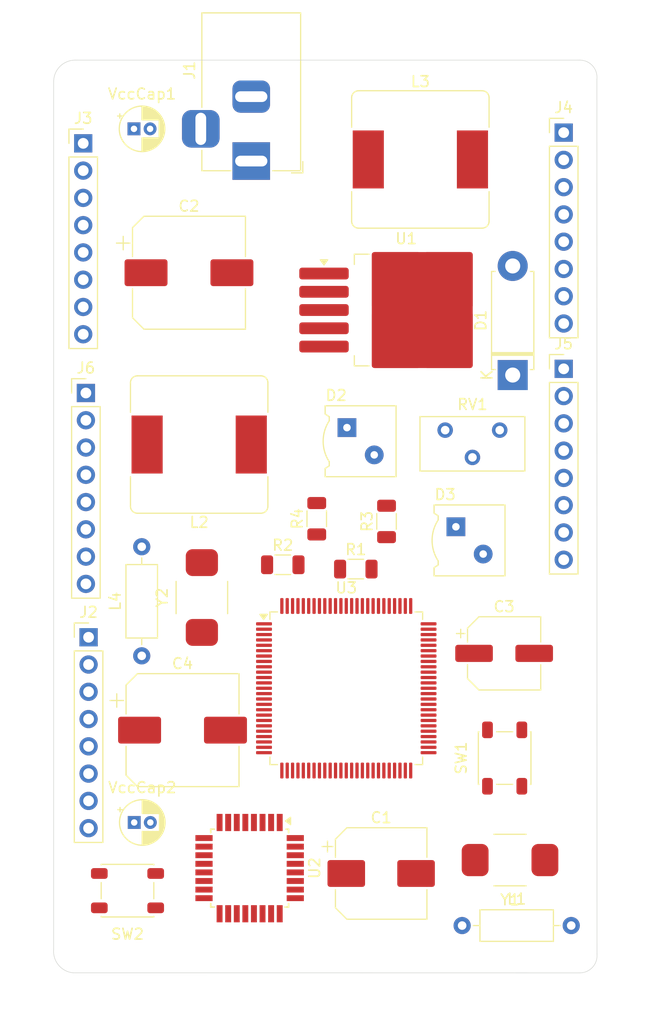
<source format=kicad_pcb>
(kicad_pcb (version 20240108) (generator "pcbnew") (generator_version "8.0")
  (layers (0 "F.Cu" signal) (31 "B.Cu" signal) (34 "B.Paste" user) (35 "F.Paste" user) (36 "B.SilkS" user "B.Silkscreen") (37 "F.SilkS" user "F.Silkscreen") (38 "B.Mask" user) (39 "F.Mask" user) (44 "Edge.Cuts" user))
  (net 0 "")
  (net 1 "Net-(U1-VIN)")
  (net 2 "GND")
  (net 3 "Net-(C2-Pad1)")
  (net 4 "+5V")
  (net 5 "Net-(U3-~{RESET})")
  (net 6 "Net-(D1-K)")
  (net 7 "Net-(D2-A)")
  (net 8 "Net-(D3-A)")
  (net 9 "Net-(J2-Pin_5)")
  (net 10 "Net-(J2-Pin_1)")
  (net 11 "Net-(J2-Pin_4)")
  (net 12 "Net-(J2-Pin_3)")
  (net 13 "Net-(J2-Pin_7)")
  (net 14 "Net-(J2-Pin_2)")
  (net 15 "Net-(J2-Pin_8)")
  (net 16 "Net-(J2-Pin_6)")
  (net 17 "Net-(J3-Pin_2)")
  (net 18 "Net-(J3-Pin_5)")
  (net 19 "Net-(J3-Pin_7)")
  (net 20 "Net-(J3-Pin_8)")
  (net 21 "Net-(J3-Pin_1)")
  (net 22 "Net-(J3-Pin_6)")
  (net 23 "Net-(J3-Pin_3)")
  (net 24 "Net-(J3-Pin_4)")
  (net 25 "Net-(J4-Pin_5)")
  (net 26 "Net-(J4-Pin_1)")
  (net 27 "Net-(J4-Pin_7)")
  (net 28 "Net-(J4-Pin_3)")
  (net 29 "Net-(J4-Pin_8)")
  (net 30 "Net-(J4-Pin_2)")
  (net 31 "Net-(J4-Pin_6)")
  (net 32 "Net-(J4-Pin_4)")
  (net 33 "Net-(J5-Pin_4)")
  (net 34 "Net-(J5-Pin_1)")
  (net 35 "Net-(J5-Pin_8)")
  (net 36 "Net-(J5-Pin_3)")
  (net 37 "Net-(J5-Pin_2)")
  (net 38 "Net-(J5-Pin_5)")
  (net 39 "Net-(J5-Pin_6)")
  (net 40 "Net-(J5-Pin_7)")
  (net 41 "Net-(J6-Pin_2)")
  (net 42 "Net-(J6-Pin_4)")
  (net 43 "Net-(J6-Pin_8)")
  (net 44 "Net-(J6-Pin_1)")
  (net 45 "Net-(J6-Pin_3)")
  (net 46 "Net-(J6-Pin_6)")
  (net 47 "Net-(J6-Pin_5)")
  (net 48 "Net-(J6-Pin_7)")
  (net 49 "Net-(U2-AVCC)")
  (net 50 "Net-(U3-AVCC)")
  (net 51 "Net-(R1-Pad1)")
  (net 52 "Net-(U2-XTAL1{slash}PB6)")
  (net 53 "Net-(R2-Pad2)")
  (net 54 "Net-(R3-Pad2)")
  (net 55 "Net-(U3-PL0)")
  (net 56 "Net-(U1-FB)")
  (net 59 "Net-(U2-PB1)")
  (net 62 "Net-(U2-PB0)")
  (net 65 "Net-(J4-Pin_13)")
  (net 68 "Net-(J5-Pin_10)")
  (net 70 "Net-(J6-Pin_15)")
  (net 73 "Net-(J5-Pin_12)")
  (net 74 "Net-(J4-Pin_10)")
  (net 75 "Net-(J5-Pin_9)")
  (net 78 "Net-(J5-Pin_15)")
  (net 85 "Net-(J6-Pin_13)")
  (net 86 "Net-(J4-Pin_12)")
  (net 92 "Net-(J6-Pin_9)")
  (net 95 "Net-(J6-Pin_14)")
  (net 99 "Net-(U3-PK0)")
  (net 100 "Net-(J4-Pin_14)")
  (net 103 "Net-(J5-Pin_13)")
  (net 107 "Net-(U3-PK1)")
  (net 108 "Net-(J6-Pin_11)")
  (net 110 "Net-(J6-Pin_12)")
  (net 111 "Net-(J4-Pin_9)")
  (net 116 "Net-(J4-Pin_15)")
  (net 119 "Net-(J6-Pin_10)")
  (net 120 "Net-(J5-Pin_14)")
  (net 127 "Net-(J4-Pin_11)")
  (net 128 "Net-(J5-Pin_11)")
  (footprint "Crystal:Crystal_SMD_TXC_AX_8045-2Pin_8.0x4.5mm" (layer "F.Cu") (at 150.5 108.5 180)
    (property "Reference" "Y1" (at 0 -3.7 360) (layer "F.SilkS"))
    (property "Value" "Crystal")
    (pad "1" smd roundrect (at -3.25 0 180) (size 2.5 3) (layers "F.Cu" "F.Paste" "F.Mask") (net 59 "Net-(U2-PB1)"))
    (pad "2" smd roundrect (at 3.25 0 180) (size 2.5 3) (layers "F.Cu" "F.Paste" "F.Mask") (net 62 "Net-(U2-PB0)"))
  )
  (footprint "Capacitor_SMD:CP_Elec_6.3x5.4" (layer "F.Cu") (at 149.95 89.25)
    (property "Reference" "C3" (at 0 -4.35 0) (layer "F.SilkS"))
    (property "Value" "100u")
    (pad "1" smd roundrect (at -2.8 0) (size 3.5 1.6) (layers "F.Cu" "F.Paste" "F.Mask") (roundrect_rratio 0.15625) (net 4 "+5V"))
    (pad "2" smd roundrect (at 2.8 0) (size 3.5 1.6) (layers "F.Cu" "F.Paste" "F.Mask") (roundrect_rratio 0.15625) (net 2 "GND"))
  )
  (footprint "Button_Switch_SMD:SW_SPST_PTS647_Sx50" (layer "F.Cu") (at 150 99 90)
    (property "Reference" "SW1" (at 0 -4.05 90) (layer "F.SilkS"))
    (property "Value" "SW_Push")
    (pad "1" smd roundrect (at -2.625 -1.6 90) (size 1.55 1) (layers "F.Cu" "F.Paste" "F.Mask") (net 53 "Net-(R2-Pad2)"))
    (pad "1" smd roundrect (at 2.625 -1.6 90) (size 1.55 1) (layers "F.Cu" "F.Paste" "F.Mask") (net 53 "Net-(R2-Pad2)"))
    (pad "2" smd roundrect (at -2.625 1.6 90) (size 1.55 1) (layers "F.Cu" "F.Paste" "F.Mask") (net 2 "GND"))
    (pad "2" smd roundrect (at 2.625 1.6 90) (size 1.55 1) (layers "F.Cu" "F.Paste" "F.Mask") (net 2 "GND"))
  )
  (footprint "Capacitor_SMD:CP_Elec_10x10" (layer "F.Cu") (at 120.6 53.8)
    (property "Reference" "C2" (at 0 -6.2 0) (layer "F.SilkS"))
    (property "Value" "220u")
    (pad "1" smd roundrect (at -4 0) (size 4 2.5) (layers "F.Cu" "F.Paste" "F.Mask") (roundrect_rratio 0.1) (net 3 "Net-(C2-Pad1)"))
    (pad "2" smd roundrect (at 4 0) (size 4 2.5) (layers "F.Cu" "F.Paste" "F.Mask") (roundrect_rratio 0.1) (net 2 "GND"))
  )
  (footprint "Package_TO_SOT_SMD:TO-263-5_TabPin3" (layer "F.Cu") (at 140.825 57.275)
    (property "Reference" "U1" (at 0 -6.65 0) (layer "F.SilkS"))
    (property "Value" "LM2596S-ADJ")
    (pad "1" smd roundrect (at -7.65 -3.4) (size 4.6 1.1) (layers "F.Cu" "F.Paste" "F.Mask") (roundrect_rratio 0.227273) (net 1 "Net-(U1-VIN)"))
    (pad "2" smd roundrect (at -7.65 -1.7) (size 4.6 1.1) (layers "F.Cu" "F.Paste" "F.Mask") (roundrect_rratio 0.227273) (net 6 "Net-(D1-K)"))
    (pad "3" smd roundrect (at -7.65 0) (size 4.6 1.1) (layers "F.Cu" "F.Paste" "F.Mask") (roundrect_rratio 0.227273) (net 2 "GND"))
    (pad "3" smd roundrect (at -0.925 -2.775) (size 4.55 5.25) (layers "F.Cu" "F.Paste") (roundrect_rratio 0.054945) (net 2 "GND"))
    (pad "3" smd roundrect (at -0.925 2.775) (size 4.55 5.25) (layers "F.Cu" "F.Paste") (roundrect_rratio 0.054945) (net 2 "GND"))
    (pad "3" smd roundrect (at 1.5 0) (size 9.4 10.8) (layers "F.Cu" "F.Mask") (roundrect_rratio 0.026596) (net 2 "GND"))
    (pad "3" smd roundrect (at 3.925 -2.775) (size 4.55 5.25) (layers "F.Cu" "F.Paste") (roundrect_rratio 0.054945) (net 2 "GND"))
    (pad "3" smd roundrect (at 3.925 2.775) (size 4.55 5.25) (layers "F.Cu" "F.Paste") (roundrect_rratio 0.054945) (net 2 "GND"))
    (pad "4" smd roundrect (at -7.65 1.7) (size 4.6 1.1) (layers "F.Cu" "F.Paste" "F.Mask") (roundrect_rratio 0.227273) (net 56 "Net-(U1-FB)"))
    (pad "5" smd roundrect (at -7.65 3.4) (size 4.6 1.1) (layers "F.Cu" "F.Paste" "F.Mask") (roundrect_rratio 0.227273) (net 2 "GND"))
  )
  (footprint "Connector_PinHeader_2.54mm:PinHeader_1x08_P2.54mm_Vertical" (layer "F.Cu") (at 111 65)
    (property "Reference" "J6" (at 0 -2.33 0) (layer "F.SilkS"))
    (property "Value" "Conn_01x15_Pin")
    (pad "1" thru_hole rect (at 0 0) (size 1.7 1.7) (drill 1) (layers "*.Cu" "*.Mask") (net 44 "Net-(J6-Pin_1)"))
    (pad "2" thru_hole oval (at 0 2.54) (size 1.7 1.7) (drill 1) (layers "*.Cu" "*.Mask") (net 41 "Net-(J6-Pin_2)"))
    (pad "3" thru_hole oval (at 0 5.08) (size 1.7 1.7) (drill 1) (layers "*.Cu" "*.Mask") (net 45 "Net-(J6-Pin_3)"))
    (pad "4" thru_hole oval (at 0 7.62) (size 1.7 1.7) (drill 1) (layers "*.Cu" "*.Mask") (net 42 "Net-(J6-Pin_4)"))
    (pad "5" thru_hole oval (at 0 10.16) (size 1.7 1.7) (drill 1) (layers "*.Cu" "*.Mask") (net 47 "Net-(J6-Pin_5)"))
    (pad "6" thru_hole oval (at 0 12.7) (size 1.7 1.7) (drill 1) (layers "*.Cu" "*.Mask") (net 46 "Net-(J6-Pin_6)"))
    (pad "7" thru_hole oval (at 0 15.24) (size 1.7 1.7) (drill 1) (layers "*.Cu" "*.Mask") (net 48 "Net-(J6-Pin_7)"))
    (pad "8" thru_hole oval (at 0 17.78) (size 1.7 1.7) (drill 1) (layers "*.Cu" "*.Mask") (net 43 "Net-(J6-Pin_8)"))
  )
  (footprint "Package_QFP:TQFP-100_14x14mm_P0.5mm" (layer "F.Cu") (at 135.25 92.5)
    (property "Reference" "U3" (at 0 -9.35 0) (layer "F.SilkS"))
    (property "Value" "ATmega2560-16A")
    (pad "1" smd roundrect (at -7.6625 -6) (size 1.475 0.3) (layers "F.Cu" "F.Paste" "F.Mask"))
    (pad "2" smd roundrect (at -7.6625 -5.5) (size 1.475 0.3) (layers "F.Cu" "F.Paste" "F.Mask"))
    (pad "3" smd roundrect (at -7.6625 -5) (size 1.475 0.3) (layers "F.Cu" "F.Paste" "F.Mask") (net 44 "Net-(J6-Pin_1)"))
    (pad "4" smd roundrect (at -7.6625 -4.5) (size 1.475 0.3) (layers "F.Cu" "F.Paste" "F.Mask") (net 41 "Net-(J6-Pin_2)"))
    (pad "5" smd roundrect (at -7.6625 -4) (size 1.475 0.3) (layers "F.Cu" "F.Paste" "F.Mask") (net 45 "Net-(J6-Pin_3)"))
    (pad "6" smd roundrect (at -7.6625 -3.5) (size 1.475 0.3) (layers "F.Cu" "F.Paste" "F.Mask") (net 42 "Net-(J6-Pin_4)"))
    (pad "7" smd roundrect (at -7.6625 -3) (size 1.475 0.3) (layers "F.Cu" "F.Paste" "F.Mask") (net 47 "Net-(J6-Pin_5)"))
    (pad "8" smd roundrect (at -7.6625 -2.5) (size 1.475 0.3) (layers "F.Cu" "F.Paste" "F.Mask") (net 46 "Net-(J6-Pin_6)"))
    (pad "9" smd roundrect (at -7.6625 -2) (size 1.475 0.3) (layers "F.Cu" "F.Paste" "F.Mask") (net 48 "Net-(J6-Pin_7)"))
    (pad "10" smd roundrect (at -7.6625 -1.5) (size 1.475 0.3) (layers "F.Cu" "F.Paste" "F.Mask") (net 4 "+5V"))
    (pad "11" smd roundrect (at -7.6625 -1) (size 1.475 0.3) (layers "F.Cu" "F.Paste" "F.Mask") (net 2 "GND"))
    (pad "12" smd roundrect (at -7.6625 -0.5) (size 1.475 0.3) (layers "F.Cu" "F.Paste" "F.Mask"))
    (pad "13" smd roundrect (at -7.6625 0) (size 1.475 0.3) (layers "F.Cu" "F.Paste" "F.Mask"))
    (pad "14" smd roundrect (at -7.6625 0.5) (size 1.475 0.3) (layers "F.Cu" "F.Paste" "F.Mask"))
    (pad "15" smd roundrect (at -7.6625 1) (size 1.475 0.3) (layers "F.Cu" "F.Paste" "F.Mask"))
    (pad "16" smd roundrect (at -7.6625 1.5) (size 1.475 0.3) (layers "F.Cu" "F.Paste" "F.Mask"))
    (pad "17" smd roundrect (at -7.6625 2) (size 1.475 0.3) (layers "F.Cu" "F.Paste" "F.Mask"))
    (pad "18" smd roundrect (at -7.6625 2.5) (size 1.475 0.3) (layers "F.Cu" "F.Paste" "F.Mask"))
    (pad "19" smd roundrect (at -7.6625 3) (size 1.475 0.3) (layers "F.Cu" "F.Paste" "F.Mask") (net 111 "Net-(J4-Pin_9)"))
    (pad "20" smd roundrect (at -7.6625 3.5) (size 1.475 0.3) (layers "F.Cu" "F.Paste" "F.Mask") (net 74 "Net-(J4-Pin_10)"))
    (pad "21" smd roundrect (at -7.6625 4) (size 1.475 0.3) (layers "F.Cu" "F.Paste" "F.Mask") (net 127 "Net-(J4-Pin_11)"))
    (pad "22" smd roundrect (at -7.6625 4.5) (size 1.475 0.3) (layers "F.Cu" "F.Paste" "F.Mask") (net 86 "Net-(J4-Pin_12)"))
    (pad "23" smd roundrect (at -7.6625 5) (size 1.475 0.3) (layers "F.Cu" "F.Paste" "F.Mask") (net 65 "Net-(J4-Pin_13)"))
    (pad "24" smd roundrect (at -7.6625 5.5) (size 1.475 0.3) (layers "F.Cu" "F.Paste" "F.Mask") (net 100 "Net-(J4-Pin_14)"))
    (pad "25" smd roundrect (at -7.6625 6) (size 1.475 0.3) (layers "F.Cu" "F.Paste" "F.Mask") (net 116 "Net-(J4-Pin_15)"))
    (pad "26" smd roundrect (at -6 7.6625) (size 0.3 1.475) (layers "F.Cu" "F.Paste" "F.Mask") (net 34 "Net-(J5-Pin_1)"))
    (pad "27" smd roundrect (at -5.5 7.6625) (size 0.3 1.475) (layers "F.Cu" "F.Paste" "F.Mask"))
    (pad "28" smd roundrect (at -5 7.6625) (size 0.3 1.475) (layers "F.Cu" "F.Paste" "F.Mask"))
    (pad "29" smd roundrect (at -4.5 7.6625) (size 0.3 1.475) (layers "F.Cu" "F.Paste" "F.Mask"))
    (pad "30" smd roundrect (at -4 7.6625) (size 0.3 1.475) (layers "F.Cu" "F.Paste" "F.Mask") (net 5 "Net-(U3-~{RESET})"))
    (pad "31" smd roundrect (at -3.5 7.6625) (size 0.3 1.475) (layers "F.Cu" "F.Paste" "F.Mask") (net 4 "+5V"))
    (pad "32" smd roundrect (at -3 7.6625) (size 0.3 1.475) (layers "F.Cu" "F.Paste" "F.Mask") (net 2 "GND"))
    (pad "33" smd roundrect (at -2.5 7.6625) (size 0.3 1.475) (layers "F.Cu" "F.Paste" "F.Mask"))
    (pad "34" smd roundrect (at -2 7.6625) (size 0.3 1.475) (layers "F.Cu" "F.Paste" "F.Mask"))
    (pad "35" smd roundrect (at -1.5 7.6625) (size 0.3 1.475) (layers "F.Cu" "F.Paste" "F.Mask") (net 55 "Net-(U3-PL0)"))
    (pad "36" smd roundrect (at -1 7.6625) (size 0.3 1.475) (layers "F.Cu" "F.Paste" "F.Mask"))
    (pad "37" smd roundrect (at -0.5 7.6625) (size 0.3 1.475) (layers "F.Cu" "F.Paste" "F.Mask"))
    (pad "38" smd roundrect (at 0 7.6625) (size 0.3 1.475) (layers "F.Cu" "F.Paste" "F.Mask"))
    (pad "39" smd roundrect (at 0.5 7.6625) (size 0.3 1.475) (layers "F.Cu" "F.Paste" "F.Mask"))
    (pad "40" smd roundrect (at 1 7.6625) (size 0.3 1.475) (layers "F.Cu" "F.Paste" "F.Mask"))
    (pad "41" smd roundrect (at 1.5 7.6625) (size 0.3 1.475) (layers "F.Cu" "F.Paste" "F.Mask"))
    (pad "42" smd roundrect (at 2 7.6625) (size 0.3 1.475) (layers "F.Cu" "F.Paste" "F.Mask"))
    (pad "43" smd roundrect (at 2.5 7.6625) (size 0.3 1.475) (layers "F.Cu" "F.Paste" "F.Mask") (net 68 "Net-(J5-Pin_10)"))
    (pad "44" smd roundrect (at 3 7.6625) (size 0.3 1.475) (layers "F.Cu" "F.Paste" "F.Mask") (net 128 "Net-(J5-Pin_11)"))
    (pad "45" smd roundrect (at 3.5 7.6625) (size 0.3 1.475) (layers "F.Cu" "F.Paste" "F.Mask") (net 73 "Net-(J5-Pin_12)"))
    (pad "46" smd roundrect (at 4 7.6625) (size 0.3 1.475) (layers "F.Cu" "F.Paste" "F.Mask") (net 103 "Net-(J5-Pin_13)"))
    (pad "47" smd roundrect (at 4.5 7.6625) (size 0.3 1.475) (layers "F.Cu" "F.Paste" "F.Mask") (net 120 "Net-(J5-Pin_14)"))
    (pad "48" smd roundrect (at 5 7.6625) (size 0.3 1.475) (layers "F.Cu" "F.Paste" "F.Mask") (net 78 "Net-(J5-Pin_15)"))
    (pad "49" smd roundrect (at 5.5 7.6625) (size 0.3 1.475) (layers "F.Cu" "F.Paste" "F.Mask"))
    (pad "50" smd roundrect (at 6 7.6625) (size 0.3 1.475) (layers "F.Cu" "F.Paste" "F.Mask"))
    (pad "51" smd roundrect (at 7.6625 6) (size 1.475 0.3) (layers "F.Cu" "F.Paste" "F.Mask"))
    (pad "52" smd roundrect (at 7.6625 5.5) (size 1.475 0.3) (layers "F.Cu" "F.Paste" "F.Mask"))
    (pad "53" smd roundrect (at 7.6625 5) (size 1.475 0.3) (layers "F.Cu" "F.Paste" "F.Mask") (net 37 "Net-(J5-Pin_2)"))
    (pad "54" smd roundrect (at 7.6625 4.5) (size 1.475 0.3) (layers "F.Cu" "F.Paste" "F.Mask") (net 36 "Net-(J5-Pin_3)"))
    (pad "55" smd roundrect (at 7.6625 4) (size 1.475 0.3) (layers "F.Cu" "F.Paste" "F.Mask") (net 33 "Net-(J5-Pin_4)"))
    (pad "56" smd roundrect (at 7.6625 3.5) (size 1.475 0.3) (layers "F.Cu" "F.Paste" "F.Mask") (net 38 "Net-(J5-Pin_5)"))
    (pad "57" smd roundrect (at 7.6625 3) (size 1.475 0.3) (layers "F.Cu" "F.Paste" "F.Mask") (net 39 "Net-(J5-Pin_6)"))
    (pad "58" smd roundrect (at 7.6625 2.5) (size 1.475 0.3) (layers "F.Cu" "F.Paste" "F.Mask") (net 40 "Net-(J5-Pin_7)"))
    (pad "59" smd roundrect (at 7.6625 2) (size 1.475 0.3) (layers "F.Cu" "F.Paste" "F.Mask") (net 35 "Net-(J5-Pin_8)"))
    (pad "60" smd roundrect (at 7.6625 1.5) (size 1.475 0.3) (layers "F.Cu" "F.Paste" "F.Mask") (net 75 "Net-(J5-Pin_9)"))
    (pad "61" smd roundrect (at 7.6625 1) (size 1.475 0.3) (layers "F.Cu" "F.Paste" "F.Mask") (net 4 "+5V"))
    (pad "62" smd roundrect (at 7.6625 0.5) (size 1.475 0.3) (layers "F.Cu" "F.Paste" "F.Mask") (net 2 "GND"))
    (pad "63" smd roundrect (at 7.6625 0) (size 1.475 0.3) (layers "F.Cu" "F.Paste" "F.Mask"))
    (pad "64" smd roundrect (at 7.6625 -0.5) (size 1.475 0.3) (layers "F.Cu" "F.Paste" "F.Mask"))
    (pad "65" smd roundrect (at 7.6625 -1) (size 1.475 0.3) (layers "F.Cu" "F.Paste" "F.Mask"))
    (pad "66" smd roundrect (at 7.6625 -1.5) (size 1.475 0.3) (layers "F.Cu" "F.Paste" "F.Mask"))
    (pad "67" smd roundrect (at 7.6625 -2) (size 1.475 0.3) (layers "F.Cu" "F.Paste" "F.Mask"))
    (pad "68" smd roundrect (at 7.6625 -2.5) (size 1.475 0.3) (layers "F.Cu" "F.Paste" "F.Mask"))
    (pad "69" smd roundrect (at 7.6625 -3) (size 1.475 0.3) (layers "F.Cu" "F.Paste" "F.Mask"))
    (pad "70" smd roundrect (at 7.6625 -3.5) (size 1.475 0.3) (layers "F.Cu" "F.Paste" "F.Mask"))
    (pad "71" smd roundrect (at 7.6625 -4) (size 1.475 0.3) (layers "F.Cu" "F.Paste" "F.Mask") (net 29 "Net-(J4-Pin_8)"))
    (pad "72" smd roundrect (at 7.6625 -4.5) (size 1.475 0.3) (layers "F.Cu" "F.Paste" "F.Mask") (net 27 "Net-(J4-Pin_7)"))
    (pad "73" smd roundrect (at 7.6625 -5) (size 1.475 0.3) (layers "F.Cu" "F.Paste" "F.Mask") (net 31 "Net-(J4-Pin_6)"))
    (pad "74" smd roundrect (at 7.6625 -5.5) (size 1.475 0.3) (layers "F.Cu" "F.Paste" "F.Mask") (net 25 "Net-(J4-Pin_5)"))
    (pad "75" smd roundrect (at 7.6625 -6) (size 1.475 0.3) (layers "F.Cu" "F.Paste" "F.Mask") (net 32 "Net-(J4-Pin_4)"))
    (pad "76" smd roundrect (at 6 -7.6625) (size 0.3 1.475) (layers "F.Cu" "F.Paste" "F.Mask") (net 28 "Net-(J4-Pin_3)"))
    (pad "77" smd roundrect (at 5.5 -7.6625) (size 0.3 1.475) (layers "F.Cu" "F.Paste" "F.Mask") (net 30 "Net-(J4-Pin_2)"))
    (pad "78" smd roundrect (at 5 -7.6625) (size 0.3 1.475) (layers "F.Cu" "F.Paste" "F.Mask") (net 26 "Net-(J4-Pin_1)"))
    (pad "79" smd roundrect (at 4.5 -7.6625) (size 0.3 1.475) (layers "F.Cu" "F.Paste" "F.Mask"))
    (pad "80" smd roundrect (at 4 -7.6625) (size 0.3 1.475) (layers "F.Cu" "F.Paste" "F.Mask") (net 4 "+5V"))
    (pad "81" smd roundrect (at 3.5 -7.6625) (size 0.3 1.475) (layers "F.Cu" "F.Paste" "F.Mask") (net 2 "GND"))
    (pad "82" smd roundrect (at 3 -7.6625) (size 0.3 1.475) (layers "F.Cu" "F.Paste" "F.Mask"))
    (pad "83" smd roundrect (at 2.5 -7.6625) (size 0.3 1.475) (layers "F.Cu" "F.Paste" "F.Mask"))
    (pad "84" smd roundrect (at 2 -7.6625) (size 0.3 1.475) (layers "F.Cu" "F.Paste" "F.Mask"))
    (pad "85" smd roundrect (at 1.5 -7.6625) (size 0.3 1.475) (layers "F.Cu" "F.Paste" "F.Mask"))
    (pad "86" smd roundrect (at 1 -7.6625) (size 0.3 1.475) (layers "F.Cu" "F.Paste" "F.Mask"))
    (pad "87" smd roundrect (at 0.5 -7.6625) (size 0.3 1.475) (layers "F.Cu" "F.Paste" "F.Mask"))
    (pad "88" smd roundrect (at 0 -7.6625) (size 0.3 1.475) (layers "F.Cu" "F.Paste" "F.Mask") (net 107 "Net-(U3-PK1)"))
    (pad "89" smd roundrect (at -0.5 -7.6625) (size 0.3 1.475) (layers "F.Cu" "F.Paste" "F.Mask") (net 99 "Net-(U3-PK0)"))
    (pad "90" smd roundrect (at -1 -7.6625) (size 0.3 1.475) (layers "F.Cu" "F.Paste" "F.Mask") (net 70 "Net-(J6-Pin_15)"))
    (pad "91" smd roundrect (at -1.5 -7.6625) (size 0.3 1.475) (layers "F.Cu" "F.Paste" "F.Mask") (net 95 "Net-(J6-Pin_14)"))
    (pad "92" smd roundrect (at -2 -7.6625) (size 0.3 1.475) (layers "F.Cu" "F.Paste" "F.Mask") (net 85 "Net-(J6-Pin_13)"))
    (pad "93" smd roundrect (at -2.5 -7.6625) (size 0.3 1.475) (layers "F.Cu" "F.Paste" "F.Mask") (net 110 "Net-(J6-Pin_12)"))
    (pad "94" smd roundrect (at -3 -7.6625) (size 0.3 1.475) (layers "F.Cu" "F.Paste" "F.Mask") (net 108 "Net-(J6-Pin_11)"))
    (pad "95" smd roundrect (at -3.5 -7.6625) (size 0.3 1.475) (layers "F.Cu" "F.Paste" "F.Mask") (net 119 "Net-(J6-Pin_10)"))
    (pad "96" smd roundrect (at -4 -7.6625) (size 0.3 1.475) (layers "F.Cu" "F.Paste" "F.Mask") (net 92 "Net-(J6-Pin_9)"))
    (pad "97" smd roundrect (at -4.5 -7.6625) (size 0.3 1.475) (layers "F.Cu" "F.Paste" "F.Mask") (net 43 "Net-(J6-Pin_8)"))
    (pad "98" smd roundrect (at -5 -7.6625) (size 0.3 1.475) (layers "F.Cu" "F.Paste" "F.Mask"))
    (pad "99" smd roundrect (at -5.5 -7.6625) (size 0.3 1.475) (layers "F.Cu" "F.Paste" "F.Mask") (net 2 "GND"))
    (pad "100" smd roundrect (at -6 -7.6625) (size 0.3 1.475) (layers "F.Cu" "F.Paste" "F.Mask") (net 50 "Net-(U3-AVCC)"))
  )
  (footprint "Resistor_SMD:R_1206_3216Metric" (layer "F.Cu") (at 139 76.9625 90)
    (property "Reference" "R3" (at 0 -1.82 90) (layer "F.SilkS"))
    (property "Value" "1.21 k")
    (pad "1" smd roundrect (at -1.4625 0 90) (size 1.125 1.75) (layers "F.Cu" "F.Paste" "F.Mask") (roundrect_rratio 0.222222) (net 5 "Net-(U3-~{RESET})"))
    (pad "2" smd roundrect (at 1.4625 0 90) (size 1.125 1.75) (layers "F.Cu" "F.Paste" "F.Mask") (roundrect_rratio 0.222222) (net 54 "Net-(R3-Pad2)"))
  )
  (footprint "LED_THT:LED_VCCLite_5381H1_6.35x6.35mm" (layer "F.Cu") (at 135.314361 68.225)
    (property "Reference" "D2" (at -1 -3 0) (layer "F.SilkS"))
    (property "Value" "LED")
    (pad "1" thru_hole rect (at 0 0 270) (size 1.75 1.75) (drill 0.7) (layers "*.Cu" "*.Mask") (net 2 "GND"))
    (pad "2" thru_hole circle (at 2.54 2.54 270) (size 1.75 1.75) (drill 0.7) (layers "*.Cu" "*.Mask") (net 7 "Net-(D2-A)"))
  )
  (footprint "Inductor_THT:L_Axial_L6.6mm_D2.7mm_P10.16mm_Horizontal_Vishay_IM-2" (layer "F.Cu") (at 116.2 89.48 90)
    (property "Reference" "L4" (at 5.08 -2.47 90) (layer "F.SilkS"))
    (property "Value" "L")
    (pad "1" thru_hole circle (at 0 0 90) (size 1.6 1.6) (drill 0.8) (layers "*.Cu" "*.Mask") (net 4 "+5V"))
    (pad "2" thru_hole oval (at 10.16 0 90) (size 1.6 1.6) (drill 0.8) (layers "*.Cu" "*.Mask") (net 50 "Net-(U3-AVCC)"))
  )
  (footprint "Capacitor_SMD:CP_Elec_10x10" (layer "F.Cu") (at 120 96.4)
    (property "Reference" "C4" (at 0 -6.2 0) (layer "F.SilkS"))
    (property "Value" "220u")
    (pad "1" smd roundrect (at -4 0) (size 4 2.5) (layers "F.Cu" "F.Paste" "F.Mask") (roundrect_rratio 0.1) (net 5 "Net-(U3-~{RESET})"))
    (pad "2" smd roundrect (at 4 0) (size 4 2.5) (layers "F.Cu" "F.Paste" "F.Mask") (roundrect_rratio 0.1) (net 2 "GND"))
  )
  (footprint "Inductor_SMD:L_Bourns_SRR1260" (layer "F.Cu") (at 121.55 69.8 180)
    (property "Reference" "L2" (at 0 -7.25 360) (layer "F.SilkS"))
    (property "Value" "33 uH")
    (pad "1" smd rect (at -4.85 0 180) (size 2.9 5.4) (layers "F.Cu" "F.Paste" "F.Mask") (net 6 "Net-(D1-K)"))
    (pad "2" smd rect (at 4.85 0 180) (size 2.9 5.4) (layers "F.Cu" "F.Paste" "F.Mask") (net 3 "Net-(C2-Pad1)"))
  )
  (footprint "Connector_PinHeader_2.54mm:PinHeader_1x08_P2.54mm_Vertical" (layer "F.Cu") (at 155.5 62.75)
    (property "Reference" "J5" (at 0 -2.33 0) (layer "F.SilkS"))
    (property "Value" "Conn_01x15_Pin")
    (pad "1" thru_hole rect (at 0 0) (size 1.7 1.7) (drill 1) (layers "*.Cu" "*.Mask") (net 34 "Net-(J5-Pin_1)"))
    (pad "2" thru_hole oval (at 0 2.54) (size 1.7 1.7) (drill 1) (layers "*.Cu" "*.Mask") (net 37 "Net-(J5-Pin_2)"))
    (pad "3" thru_hole oval (at 0 5.08) (size 1.7 1.7) (drill 1) (layers "*.Cu" "*.Mask") (net 36 "Net-(J5-Pin_3)"))
    (pad "4" thru_hole oval (at 0 7.62) (size 1.7 1.7) (drill 1) (layers "*.Cu" "*.Mask") (net 33 "Net-(J5-Pin_4)"))
    (pad "5" thru_hole oval (at 0 10.16) (size 1.7 1.7) (drill 1) (layers "*.Cu" "*.Mask") (net 38 "Net-(J5-Pin_5)"))
    (pad "6" thru_hole oval (at 0 12.7) (size 1.7 1.7) (drill 1) (layers "*.Cu" "*.Mask") (net 39 "Net-(J5-Pin_6)"))
    (pad "7" thru_hole oval (at 0 15.24) (size 1.7 1.7) (drill 1) (layers "*.Cu" "*.Mask") (net 40 "Net-(J5-Pin_7)"))
    (pad "8" thru_hole oval (at 0 17.78) (size 1.7 1.7) (drill 1) (layers "*.Cu" "*.Mask") (net 35 "Net-(J5-Pin_8)"))
  )
  (footprint "Connector_BarrelJack:BarrelJack_Horizontal" (layer "F.Cu") (at 126.4 43.4 -90)
    (property "Reference" "J1" (at -8.45 5.75 90) (layer "F.SilkS"))
    (property "Value" "Barrel_Jack")
    (pad "1" thru_hole rect (at 0 0 270) (size 3.5 3.5) (drill oval 1 3) (layers "*.Cu" "*.Mask") (net 1 "Net-(U1-VIN)"))
    (pad "2" thru_hole roundrect (at -6 0 270) (size 3 3.5) (drill oval 1 3) (layers "*.Cu" "*.Mask") (net 2 "GND"))
    (pad "3" thru_hole roundrect (at -3 4.7 270) (size 3.5 3.5) (drill oval 3 1) (layers "*.Cu" "*.Mask"))
  )
  (footprint "Connector_PinHeader_2.54mm:PinHeader_1x08_P2.54mm_Vertical" (layer "F.Cu") (at 155.5 40.75)
    (property "Reference" "J4" (at 0 -2.33 0) (layer "F.SilkS"))
    (property "Value" "Conn_01x15_Pin")
    (pad "1" thru_hole rect (at 0 0) (size 1.7 1.7) (drill 1) (layers "*.Cu" "*.Mask") (net 26 "Net-(J4-Pin_1)"))
    (pad "2" thru_hole oval (at 0 2.54) (size 1.7 1.7) (drill 1) (layers "*.Cu" "*.Mask") (net 30 "Net-(J4-Pin_2)"))
    (pad "3" thru_hole oval (at 0 5.08) (size 1.7 1.7) (drill 1) (layers "*.Cu" "*.Mask") (net 28 "Net-(J4-Pin_3)"))
    (pad "4" thru_hole oval (at 0 7.62) (size 1.7 1.7) (drill 1) (layers "*.Cu" "*.Mask") (net 32 "Net-(J4-Pin_4)"))
    (pad "5" thru_hole oval (at 0 10.16) (size 1.7 1.7) (drill 1) (layers "*.Cu" "*.Mask") (net 25 "Net-(J4-Pin_5)"))
    (pad "6" thru_hole oval (at 0 12.7) (size 1.7 1.7) (drill 1) (layers "*.Cu" "*.Mask") (net 31 "Net-(J4-Pin_6)"))
    (pad "7" thru_hole oval (at 0 15.24) (size 1.7 1.7) (drill 1) (layers "*.Cu" "*.Mask") (net 27 "Net-(J4-Pin_7)"))
    (pad "8" thru_hole oval (at 0 17.78) (size 1.7 1.7) (drill 1) (layers "*.Cu" "*.Mask") (net 29 "Net-(J4-Pin_8)"))
  )
  (footprint "Button_Switch_SMD:SW_SPST_PTS647_Sx50" (layer "F.Cu") (at 114.875 111.35 180)
    (property "Reference" "SW2" (at 0 -4.05 360) (layer "F.SilkS"))
    (property "Value" "SW_Push")
    (pad "1" smd roundrect (at -2.625 -1.6 180) (size 1.55 1) (layers "F.Cu" "F.Paste" "F.Mask") (net 54 "Net-(R3-Pad2)"))
    (pad "1" smd roundrect (at 2.625 -1.6 180) (size 1.55 1) (layers "F.Cu" "F.Paste" "F.Mask") (net 54 "Net-(R3-Pad2)"))
    (pad "2" smd roundrect (at -2.625 1.6 180) (size 1.55 1) (layers "F.Cu" "F.Paste" "F.Mask") (net 2 "GND"))
    (pad "2" smd roundrect (at 2.625 1.6 180) (size 1.55 1) (layers "F.Cu" "F.Paste" "F.Mask") (net 2 "GND"))
  )
  (footprint "Inductor_SMD:L_Bourns_SRR1260" (layer "F.Cu") (at 142.15 43.25)
    (property "Reference" "L3" (at 0 -7.25 0) (layer "F.SilkS"))
    (property "Value" "20 uH")
    (pad "1" smd rect (at -4.85 0) (size 2.9 5.4) (layers "F.Cu" "F.Paste" "F.Mask") (net 3 "Net-(C2-Pad1)"))
    (pad "2" smd rect (at 4.85 0) (size 2.9 5.4) (layers "F.Cu" "F.Paste" "F.Mask") (net 4 "+5V"))
  )
  (footprint "Capacitor_THT:CP_Radial_D4.0mm_P1.50mm" (layer "F.Cu") (at 115.477401 40.4)
    (property "Reference" "VccCap1" (at 0.75 -3.25 0) (layer "F.SilkS"))
    (property "Value" "C")
    (pad "1" thru_hole rect (at 0 0) (size 1.2 1.2) (drill 0.6) (layers "*.Cu" "*.Mask") (net 2 "GND"))
    (pad "2" thru_hole circle (at 1.5 0) (size 1.2 1.2) (drill 0.6) (layers "*.Cu" "*.Mask") (net 4 "+5V"))
  )
  (footprint "Capacitor_SMD:CP_Elec_8x10" (layer "F.Cu") (at 138.5 109.75)
    (property "Reference" "C1" (at 0 -5.2 0) (layer "F.SilkS"))
    (property "Value" "100u")
    (pad "1" smd roundrect (at -3.25 0) (size 3.5 2.5) (layers "F.Cu" "F.Paste" "F.Mask") (roundrect_rratio 0.1) (net 1 "Net-(U1-VIN)"))
    (pad "2" smd roundrect (at 3.25 0) (size 3.5 2.5) (layers "F.Cu" "F.Paste" "F.Mask") (roundrect_rratio 0.1) (net 2 "GND"))
  )
  (footprint "Resistor_SMD:R_1206_3216Metric" (layer "F.Cu") (at 129.3375 81)
    (property "Reference" "R2" (at 0 -1.82 0) (layer "F.SilkS"))
    (property "Value" "1.21 k")
    (pad "1" smd roundrect (at -1.4625 0) (size 1.125 1.75) (layers "F.Cu" "F.Paste" "F.Mask") (roundrect_rratio 0.222222) (net 52 "Net-(U2-XTAL1{slash}PB6)"))
    (pad "2" smd roundrect (at 1.4625 0) (size 1.125 1.75) (layers "F.Cu" "F.Paste" "F.Mask") (roundrect_rratio 0.222222) (net 53 "Net-(R2-Pad2)"))
  )
  (footprint "LED_THT:LED_VCCLite_5381H1_6.35x6.35mm" (layer "F.Cu") (at 145.46 77.46)
    (property "Reference" "D3" (at -1 -3 0) (layer "F.SilkS"))
    (property "Value" "LED")
    (pad "1" thru_hole rect (at 0 0 270) (size 1.75 1.75) (drill 0.7) (layers "*.Cu" "*.Mask") (net 2 "GND"))
    (pad "2" thru_hole circle (at 2.54 2.54 270) (size 1.75 1.75) (drill 0.7) (layers "*.Cu" "*.Mask") (net 8 "Net-(D3-A)"))
  )
  (footprint "Diode_THT:D_5W_P10.16mm_Horizontal" (layer "F.Cu") (at 150.75 63.33 90)
    (property "Reference" "D1" (at 5.08 -2.97 90) (layer "F.SilkS"))
    (property "Value" "1N5822")
    (fp_text user "K" (at 0 -2.4 90) (layer "F.SilkS"))
    (pad "1" thru_hole rect (at 0 0 90) (size 2.8 2.8) (drill 1.4) (layers "*.Cu" "*.Mask") (net 6 "Net-(D1-K)"))
    (pad "2" thru_hole oval (at 10.16 0 90) (size 2.8 2.8) (drill 1.4) (layers "*.Cu" "*.Mask") (net 2 "GND"))
  )
  (footprint "Connector_PinHeader_2.54mm:PinHeader_1x08_P2.54mm_Vertical" (layer "F.Cu") (at 111.25 87.75)
    (property "Reference" "J2" (at 0 -2.33 0) (layer "F.SilkS"))
    (property "Value" "Conn_01x08_Pin")
    (pad "1" thru_hole rect (at 0 0) (size 1.7 1.7) (drill 1) (layers "*.Cu" "*.Mask") (net 10 "Net-(J2-Pin_1)"))
    (pad "2" thru_hole oval (at 0 2.54) (size 1.7 1.7) (drill 1) (layers "*.Cu" "*.Mask") (net 14 "Net-(J2-Pin_2)"))
    (pad "3" thru_hole oval (at 0 5.08) (size 1.7 1.7) (drill 1) (layers "*.Cu" "*.Mask") (net 12 "Net-(J2-Pin_3)"))
    (pad "4" thru_hole oval (at 0 7.62) (size 1.7 1.7) (drill 1) (layers "*.Cu" "*.Mask") (net 11 "Net-(J2-Pin_4)"))
    (pad "5" thru_hole oval (at 0 10.16) (size 1.7 1.7) (drill 1) (layers "*.Cu" "*.Mask") (net 9 "Net-(J2-Pin_5)"))
    (pad "6" thru_hole oval (at 0 12.7) (size 1.7 1.7) (drill 1) (layers "*.Cu" "*.Mask") (net 16 "Net-(J2-Pin_6)"))
    (pad "7" thru_hole oval (at 0 15.24) (size 1.7 1.7) (drill 1) (layers "*.Cu" "*.Mask") (net 13 "Net-(J2-Pin_7)"))
    (pad "8" thru_hole oval (at 0 17.78) (size 1.7 1.7) (drill 1) (layers "*.Cu" "*.Mask") (net 15 "Net-(J2-Pin_8)"))
  )
  (footprint "Resistor_SMD:R_1206_3216Metric" (layer "F.Cu") (at 132.5 76.7125 90)
    (property "Reference" "R4" (at 0 -1.82 90) (layer "F.SilkS"))
    (property "Value" "1.21 k")
    (pad "1" smd roundrect (at -1.4625 0 90) (size 1.125 1.75) (layers "F.Cu" "F.Paste" "F.Mask") (roundrect_rratio 0.222222) (net 55 "Net-(U3-PL0)"))
    (pad "2" smd roundrect (at 1.4625 0 90) (size 1.125 1.75) (layers "F.Cu" "F.Paste" "F.Mask") (roundrect_rratio 0.222222) (net 8 "Net-(D3-A)"))
  )
  (footprint "Inductor_THT:L_Axial_L6.6mm_D2.7mm_P10.16mm_Horizontal_Vishay_IM-2" (layer "F.Cu") (at 146.04 114.6)
    (property "Reference" "L1" (at 5.08 -2.47 0) (layer "F.SilkS"))
    (property "Value" "L")
    (pad "1" thru_hole circle (at 0 0) (size 1.6 1.6) (drill 0.8) (layers "*.Cu" "*.Mask") (net 4 "+5V"))
    (pad "2" thru_hole oval (at 10.16 0) (size 1.6 1.6) (drill 0.8) (layers "*.Cu" "*.Mask") (net 49 "Net-(U2-AVCC)"))
  )
  (footprint "Capacitor_THT:CP_Radial_D4.0mm_P1.50mm" (layer "F.Cu") (at 115.5 105)
    (property "Reference" "VccCap2" (at 0.75 -3.25 0) (layer "F.SilkS"))
    (property "Value" "C")
    (pad "1" thru_hole rect (at 0 0) (size 1.2 1.2) (drill 0.6) (layers "*.Cu" "*.Mask") (net 2 "GND"))
    (pad "2" thru_hole circle (at 1.5 0) (size 1.2 1.2) (drill 0.6) (layers "*.Cu" "*.Mask") (net 4 "+5V"))
  )
  (footprint "Connector_PinHeader_2.54mm:PinHeader_1x08_P2.54mm_Vertical" (layer "F.Cu") (at 110.75 41.75)
    (property "Reference" "J3" (at 0 -2.33 0) (layer "F.SilkS"))
    (property "Value" "Conn_01x08_Pin")
    (pad "1" thru_hole rect (at 0 0) (size 1.7 1.7) (drill 1) (layers "*.Cu" "*.Mask") (net 21 "Net-(J3-Pin_1)"))
    (pad "2" thru_hole oval (at 0 2.54) (size 1.7 1.7) (drill 1) (layers "*.Cu" "*.Mask") (net 17 "Net-(J3-Pin_2)"))
    (pad "3" thru_hole oval (at 0 5.08) (size 1.7 1.7) (drill 1) (layers "*.Cu" "*.Mask") (net 23 "Net-(J3-Pin_3)"))
    (pad "4" thru_hole oval (at 0 7.62) (size 1.7 1.7) (drill 1) (layers "*.Cu" "*.Mask") (net 24 "Net-(J3-Pin_4)"))
    (pad "5" thru_hole oval (at 0 10.16) (size 1.7 1.7) (drill 1) (layers "*.Cu" "*.Mask") (net 18 "Net-(J3-Pin_5)"))
    (pad "6" thru_hole oval (at 0 12.7) (size 1.7 1.7) (drill 1) (layers "*.Cu" "*.Mask") (net 22 "Net-(J3-Pin_6)"))
    (pad "7" thru_hole oval (at 0 15.24) (size 1.7 1.7) (drill 1) (layers "*.Cu" "*.Mask") (net 19 "Net-(J3-Pin_7)"))
    (pad "8" thru_hole oval (at 0 17.78) (size 1.7 1.7) (drill 1) (layers "*.Cu" "*.Mask") (net 20 "Net-(J3-Pin_8)"))
  )
  (footprint "Package_QFP:TQFP-32_7x7mm_P0.8mm" (layer "F.Cu") (at 126.25 109.25 -90)
    (property "Reference" "U2" (at 0 -6.05 90) (layer "F.SilkS"))
    (property "Value" "ATmega328-A")
    (pad "1" smd rect (at -4.25 -2.8 270) (size 1.6 0.55) (layers "F.Cu" "F.Paste" "F.Mask") (net 24 "Net-(J3-Pin_4)"))
    (pad "2" smd rect (at -4.25 -2 270) (size 1.6 0.55) (layers "F.Cu" "F.Paste" "F.Mask") (net 18 "Net-(J3-Pin_5)"))
    (pad "3" smd rect (at -4.25 -1.2 270) (size 1.6 0.55) (layers "F.Cu" "F.Paste" "F.Mask") (net 2 "GND"))
    (pad "4" smd rect (at -4.25 -0.4 270) (size 1.6 0.55) (layers "F.Cu" "F.Paste" "F.Mask") (net 4 "+5V"))
    (pad "5" smd rect (at -4.25 0.4 270) (size 1.6 0.55) (layers "F.Cu" "F.Paste" "F.Mask") (net 2 "GND"))
    (pad "6" smd rect (at -4.25 1.2 270) (size 1.6 0.55) (layers "F.Cu" "F.Paste" "F.Mask") (net 4 "+5V"))
    (pad "7" smd rect (at -4.25 2 270) (size 1.6 0.55) (layers "F.Cu" "F.Paste" "F.Mask") (net 52 "Net-(U2-XTAL1{slash}PB6)"))
    (pad "8" smd rect (at -4.25 2.8 270) (size 1.6 0.55) (layers "F.Cu" "F.Paste" "F.Mask") (net 10 "Net-(J2-Pin_1)"))
    (pad "9" smd rect (at -2.8 4.25) (size 1.6 0.55) (layers "F.Cu" "F.Paste" "F.Mask") (net 22 "Net-(J3-Pin_6)"))
    (pad "10" smd rect (at -2 4.25) (size 1.6 0.55) (layers "F.Cu" "F.Paste" "F.Mask") (net 19 "Net-(J3-Pin_7)"))
    (pad "11" smd rect (at -1.2 4.25) (size 1.6 0.55) (layers "F.Cu" "F.Paste" "F.Mask") (net 20 "Net-(J3-Pin_8)"))
    (pad "12" smd rect (at -0.4 4.25) (size 1.6 0.55) (layers "F.Cu" "F.Paste" "F.Mask") (net 62 "Net-(U2-PB0)"))
    (pad "13" smd rect (at 0.4 4.25) (size 1.6 0.55) (layers "F.Cu" "F.Paste" "F.Mask") (net 59 "Net-(U2-PB1)"))
    (pad "14" smd rect (at 1.2 4.25) (size 1.6 0.55) (layers "F.Cu" "F.Paste" "F.Mask"))
    (pad "15" smd rect (at 2 4.25) (size 1.6 0.55) (layers "F.Cu" "F.Paste" "F.Mask"))
    (pad "16" smd rect (at 2.8 4.25) (size 1.6 0.55) (layers "F.Cu" "F.Paste" "F.Mask"))
    (pad "17" smd rect (at 4.25 2.8 270) (size 1.6 0.55) (layers "F.Cu" "F.Paste" "F.Mask") (net 7 "Net-(D2-A)"))
    (pad "18" smd rect (at 4.25 2 270) (size 1.6 0.55) (layers "F.Cu" "F.Paste" "F.Mask") (net 49 "Net-(U2-AVCC)"))
    (pad "19" smd rect (at 4.25 1.2 270) (size 1.6 0.55) (layers "F.Cu" "F.Paste" "F.Mask"))
    (pad "20" smd rect (at 4.25 0.4 270) (size 1.6 0.55) (layers "F.Cu" "F.Paste" "F.Mask"))
    (pad "21" smd rect (at 4.25 -0.4 270) (size 1.6 0.55) (layers "F.Cu" "F.Paste" "F.Mask") (net 2 "GND"))
    (pad "22" smd rect (at 4.25 -1.2 270) (size 1.6 0.55) (layers "F.Cu" "F.Paste" "F.Mask"))
    (pad "23" smd rect (at 4.25 -2 270) (size 1.6 0.55) (layers "F.Cu" "F.Paste" "F.Mask") (net 14 "Net-(J2-Pin_2)"))
    (pad "24" smd rect (at 4.25 -2.8 270) (size 1.6 0.55) (layers "F.Cu" "F.Paste" "F.Mask") (net 12 "Net-(J2-Pin_3)"))
    (pad "25" smd rect (at 2.8 -4.25) (size 1.6 0.55) (layers "F.Cu" "F.Paste" "F.Mask") (net 11 "Net-(J2-Pin_4)"))
    (pad "26" smd rect (at 2 -4.25) (size 1.6 0.55) (layers "F.Cu" "F.Paste" "F.Mask") (net 9 "Net-(J2-Pin_5)"))
    (pad "27" smd rect (at 1.2 -4.25) (size 1.6 0.55) (layers "F.Cu" "F.Paste" "F.Mask") (net 16 "Net-(J2-Pin_6)"))
    (pad "28" smd rect (at 0.4 -4.25) (size 1.6 0.55) (layers "F.Cu" "F.Paste" "F.Mask") (net 13 "Net-(J2-Pin_7)"))
    (pad "29" smd rect (at -0.4 -4.25) (size 1.6 0.55) (layers "F.Cu" "F.Paste" "F.Mask") (net 15 "Net-(J2-Pin_8)"))
    (pad "30" smd rect (at -1.2 -4.25) (size 1.6 0.55) (layers "F.Cu" "F.Paste" "F.Mask") (net 21 "Net-(J3-Pin_1)"))
    (pad "31" smd rect (at -2 -4.25) (size 1.6 0.55) (layers "F.Cu" "F.Paste" "F.Mask") (net 17 "Net-(J3-Pin_2)"))
    (pad "32" smd rect (at -2.8 -4.25) (size 1.6 0.55) (layers "F.Cu" "F.Paste" "F.Mask") (net 23 "Net-(J3-Pin_3)"))
  )
  (footprint "Resistor_SMD:R_1206_3216Metric" (layer "F.Cu") (at 136.1375 81.4)
    (property "Reference" "R1" (at 0 -1.82 0) (layer "F.SilkS"))
    (property "Value" "1.21 k")
    (pad "1" smd roundrect (at -1.4625 0) (size 1.125 1.75) (layers "F.Cu" "F.Paste" "F.Mask") (roundrect_rratio 0.222222) (net 51 "Net-(R1-Pad1)"))
    (pad "2" smd roundrect (at 1.4625 0) (size 1.125 1.75) (layers "F.Cu" "F.Paste" "F.Mask") (roundrect_rratio 0.222222) (net 2 "GND"))
  )
  (footprint "Potentiometer_THT:Potentiometer_Bourns_3296Y_Vertical" (layer "F.Cu") (at 149.54 68.46)
    (property "Reference" "RV1" (at -2.54 -2.39 0) (layer "F.SilkS"))
    (property "Value" "50 k")
    (pad "1" thru_hole circle (at 0 0) (size 1.44 1.44) (drill 0.8) (layers "*.Cu" "*.Mask") (net 3 "Net-(C2-Pad1)"))
    (pad "2" thru_hole circle (at -2.54 2.54) (size 1.44 1.44) (drill 0.8) (layers "*.Cu" "*.Mask") (net 56 "Net-(U1-FB)"))
    (pad "3" thru_hole circle (at -5.08 0) (size 1.44 1.44) (drill 0.8) (layers "*.Cu" "*.Mask") (net 51 "Net-(R1-Pad1)"))
  )
  (footprint "Crystal:Crystal_SMD_TXC_AX_8045-2Pin_8.0x4.5mm" (layer "F.Cu") (at 121.8 84.05 90)
    (property "Reference" "Y2" (at 0 -3.7 90) (layer "F.SilkS"))
    (property "Value" "Crystal")
    (pad "1" smd roundrect (at -3.25 0 90) (size 2.5 3) (layers "F.Cu" "F.Paste" "F.Mask") (net 107 "Net-(U3-PK1)"))
    (pad "2" smd roundrect (at 3.25 0 90) (size 2.5 3) (layers "F.Cu" "F.Paste" "F.Mask") (net 99 "Net-(U3-PK0)"))
  )
  (gr_arc (start 157 34) (mid 158.192205 34.532925) (end 158.590214 35.77669) (stroke (width 0.05)) (layer "Edge.Cuts"))
  (gr_line (start 158.6 117.256021) (end 158.590214 35.77669) (stroke (width 0.05)) (layer "Edge.Cuts"))
  (gr_line (start 109.8 119) (end 157 119.006465) (stroke (width 0.05)) (layer "Edge.Cuts"))
  (gr_line (start 157 34) (end 110 34) (stroke (width 0.05)) (layer "Edge.Cuts"))
  (gr_arc (start 158.6 117.256021) (mid 158.185754 118.483843) (end 157 119.006465) (stroke (width 0.05)) (layer "Edge.Cuts"))
  (gr_arc (start 109.8 119) (mid 108.444365 118.272792) (end 108 116.8) (stroke (width 0.05)) (layer "Edge.Cuts"))
  (gr_arc (start 108 36) (mid 108.585786 34.585786) (end 110 34) (stroke (width 0.05)) (layer "Edge.Cuts"))
  (gr_line (start 108 36) (end 108 116.8) (stroke (width 0.05)) (layer "Edge.Cuts"))
)
</source>
